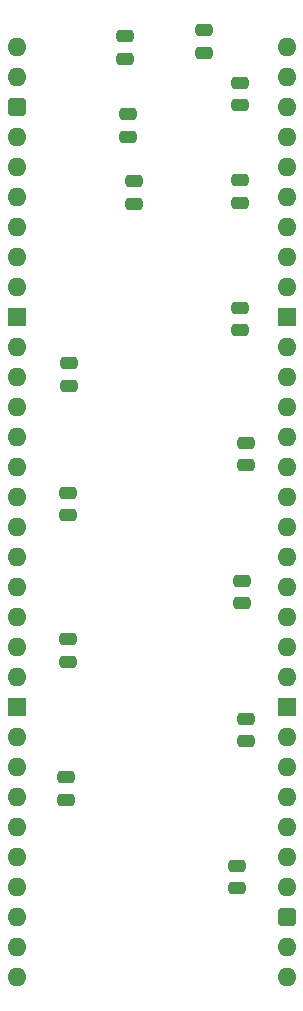
<source format=gbs>
%TF.GenerationSoftware,KiCad,Pcbnew,8.0.2*%
%TF.CreationDate,2024-06-07T17:08:55+02:00*%
%TF.ProjectId,HCP65 Instruction Code,48435036-3520-4496-9e73-747275637469,V0*%
%TF.SameCoordinates,PX525bfc0PY43d3480*%
%TF.FileFunction,Soldermask,Bot*%
%TF.FilePolarity,Negative*%
%FSLAX46Y46*%
G04 Gerber Fmt 4.6, Leading zero omitted, Abs format (unit mm)*
G04 Created by KiCad (PCBNEW 8.0.2) date 2024-06-07 17:08:55*
%MOMM*%
%LPD*%
G01*
G04 APERTURE LIST*
G04 Aperture macros list*
%AMRoundRect*
0 Rectangle with rounded corners*
0 $1 Rounding radius*
0 $2 $3 $4 $5 $6 $7 $8 $9 X,Y pos of 4 corners*
0 Add a 4 corners polygon primitive as box body*
4,1,4,$2,$3,$4,$5,$6,$7,$8,$9,$2,$3,0*
0 Add four circle primitives for the rounded corners*
1,1,$1+$1,$2,$3*
1,1,$1+$1,$4,$5*
1,1,$1+$1,$6,$7*
1,1,$1+$1,$8,$9*
0 Add four rect primitives between the rounded corners*
20,1,$1+$1,$2,$3,$4,$5,0*
20,1,$1+$1,$4,$5,$6,$7,0*
20,1,$1+$1,$6,$7,$8,$9,0*
20,1,$1+$1,$8,$9,$2,$3,0*%
G04 Aperture macros list end*
%ADD10O,1.600000X1.600000*%
%ADD11RoundRect,0.400000X-0.400000X-0.400000X0.400000X-0.400000X0.400000X0.400000X-0.400000X0.400000X0*%
%ADD12R,1.600000X1.600000*%
%ADD13RoundRect,0.250000X0.475000X-0.250000X0.475000X0.250000X-0.475000X0.250000X-0.475000X-0.250000X0*%
G04 APERTURE END LIST*
D10*
%TO.C,J2*%
X0Y0D03*
X0Y-2540000D03*
D11*
X0Y-5080000D03*
D10*
X0Y-7620000D03*
X0Y-10160000D03*
X0Y-12700000D03*
X0Y-15240000D03*
X0Y-17780000D03*
X0Y-20320000D03*
D12*
X0Y-22860000D03*
D10*
X0Y-25400000D03*
X0Y-27940000D03*
X0Y-30480000D03*
X0Y-33020000D03*
X0Y-35560000D03*
X0Y-38100000D03*
X0Y-40640000D03*
X0Y-43180000D03*
X0Y-45720000D03*
X0Y-48260000D03*
X0Y-50800000D03*
X0Y-53340000D03*
D12*
X0Y-55880000D03*
D10*
X0Y-58420000D03*
X0Y-60960000D03*
X0Y-63500000D03*
X0Y-66040000D03*
X0Y-68580000D03*
X0Y-71120000D03*
X0Y-73660000D03*
X0Y-76200000D03*
X0Y-78740000D03*
X22860000Y-78740000D03*
X22860000Y-76200000D03*
D11*
X22860000Y-73660000D03*
D10*
X22860000Y-71120000D03*
X22860000Y-68580000D03*
X22860000Y-66040000D03*
X22860000Y-63500000D03*
X22860000Y-60960000D03*
X22860000Y-58420000D03*
D12*
X22860000Y-55880000D03*
D10*
X22860000Y-53340000D03*
X22860000Y-50800000D03*
X22860000Y-48260000D03*
X22860000Y-45720000D03*
X22860000Y-43180000D03*
X22860000Y-40640000D03*
X22860000Y-38100000D03*
X22860000Y-35560000D03*
X22860000Y-33020000D03*
X22860000Y-30480000D03*
X22860000Y-27940000D03*
X22860000Y-25400000D03*
D12*
X22860000Y-22860000D03*
D10*
X22860000Y-20320000D03*
X22860000Y-17780000D03*
X22860000Y-15240000D03*
X22860000Y-12700000D03*
X22860000Y-10160000D03*
X22860000Y-7620000D03*
X22860000Y-5080000D03*
X22860000Y-2540000D03*
X22860000Y0D03*
%TD*%
D13*
%TO.C,C14*%
X18923000Y-4871000D03*
X18923000Y-2971000D03*
%TD*%
%TO.C,C12*%
X18923000Y-23957607D03*
X18923000Y-22057607D03*
%TD*%
%TO.C,C4*%
X19405600Y-35387607D03*
X19405600Y-33487607D03*
%TD*%
%TO.C,C7*%
X15875000Y-426000D03*
X15875000Y1474000D03*
%TD*%
%TO.C,C11*%
X18669000Y-71165000D03*
X18669000Y-69265000D03*
%TD*%
%TO.C,C17*%
X4318000Y-39592800D03*
X4318000Y-37692800D03*
%TD*%
%TO.C,C16*%
X4165600Y-63708607D03*
X4165600Y-61808607D03*
%TD*%
%TO.C,C5*%
X4318000Y-52024607D03*
X4318000Y-50124607D03*
%TD*%
%TO.C,C8*%
X18923000Y-13126000D03*
X18923000Y-11226000D03*
%TD*%
%TO.C,C15*%
X4445000Y-28656607D03*
X4445000Y-26756607D03*
%TD*%
%TO.C,C2*%
X19431000Y-58755607D03*
X19431000Y-56855607D03*
%TD*%
%TO.C,C13*%
X9398000Y-7538000D03*
X9398000Y-5638000D03*
%TD*%
%TO.C,C1*%
X9906000Y-13227600D03*
X9906000Y-11327600D03*
%TD*%
%TO.C,C3*%
X19050000Y-47071607D03*
X19050000Y-45171607D03*
%TD*%
%TO.C,C6*%
X9144000Y-934000D03*
X9144000Y966000D03*
%TD*%
M02*

</source>
